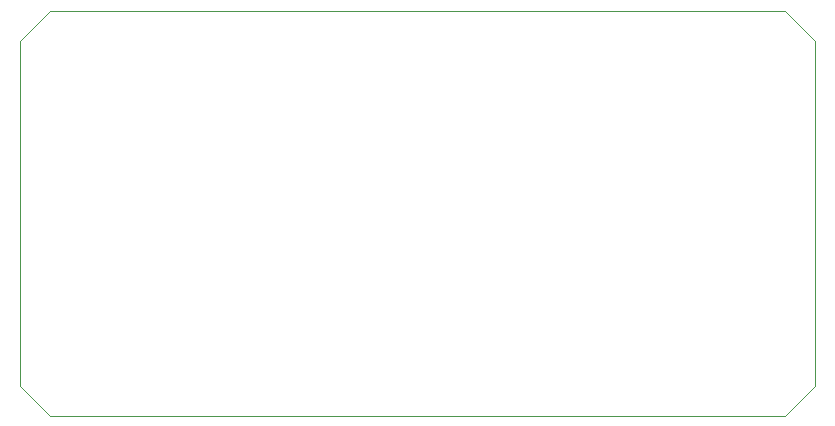
<source format=gm1>
G04 #@! TF.GenerationSoftware,KiCad,Pcbnew,(5.1.2-1)-1*
G04 #@! TF.CreationDate,2019-06-08T01:43:03+01:00*
G04 #@! TF.ProjectId,ATF Programming Board,41544620-5072-46f6-9772-616d6d696e67,rev?*
G04 #@! TF.SameCoordinates,Original*
G04 #@! TF.FileFunction,Profile,NP*
%FSLAX46Y46*%
G04 Gerber Fmt 4.6, Leading zero omitted, Abs format (unit mm)*
G04 Created by KiCad (PCBNEW (5.1.2-1)-1) date 2019-06-08 01:43:03*
%MOMM*%
%LPD*%
G04 APERTURE LIST*
%ADD10C,0.050000*%
G04 APERTURE END LIST*
D10*
X115570000Y-74930000D02*
X135890000Y-74930000D01*
X113030000Y-77470000D02*
X115570000Y-74930000D01*
X113030000Y-106680000D02*
X113030000Y-77470000D01*
X115570000Y-109220000D02*
X113030000Y-106680000D01*
X177800000Y-109220000D02*
X115570000Y-109220000D01*
X180340000Y-106680000D02*
X177800000Y-109220000D01*
X180340000Y-77470000D02*
X180340000Y-106680000D01*
X177800000Y-74930000D02*
X180340000Y-77470000D01*
X135890000Y-74930000D02*
X177800000Y-74930000D01*
M02*

</source>
